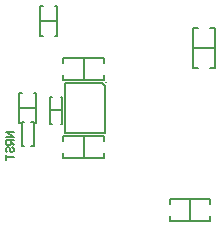
<source format=gbo>
G04*
G04 #@! TF.GenerationSoftware,Altium Limited,Altium Designer,21.8.1 (53)*
G04*
G04 Layer_Color=32896*
%FSLAX25Y25*%
%MOIN*%
G70*
G04*
G04 #@! TF.SameCoordinates,602FFC17-E96E-42ED-876F-BF2310913D4F*
G04*
G04*
G04 #@! TF.FilePolarity,Positive*
G04*
G01*
G75*
%ADD11C,0.00600*%
%ADD12C,0.00591*%
%ADD13C,0.00787*%
%ADD44C,0.00394*%
D11*
X352850Y340382D02*
X350350D01*
X352850Y338716D01*
X350350D01*
X352850Y337883D02*
X350350D01*
Y336633D01*
X350767Y336216D01*
X351600D01*
X352016Y336633D01*
Y337883D01*
Y337050D02*
X352850Y336216D01*
X350767Y333717D02*
X350350Y334134D01*
Y334967D01*
X350767Y335384D01*
X351184D01*
X351600Y334967D01*
Y334134D01*
X352016Y333717D01*
X352433D01*
X352850Y334134D01*
Y334967D01*
X352433Y335384D01*
X350350Y332884D02*
Y331218D01*
Y332051D01*
X352850D01*
D12*
X361744Y372559D02*
X362500D01*
X361744D02*
Y382559D01*
X362500D01*
X366500D02*
X367256D01*
Y372559D02*
Y382559D01*
X366500Y372559D02*
X367256D01*
X361744Y377559D02*
X367256D01*
X358681Y335831D02*
X359469D01*
Y343705D01*
X358681D02*
X359469D01*
X355532D02*
X356319D01*
X355532Y335831D02*
Y343705D01*
Y335831D02*
X356319D01*
X359500Y353559D02*
X360256D01*
Y343559D02*
Y353559D01*
X359500Y343559D02*
X360256D01*
X354744D02*
X355500D01*
X354744D02*
Y353559D01*
X355500D01*
X354744Y348559D02*
X360256D01*
X365000Y347764D02*
X369000D01*
X368500Y343264D02*
X369000D01*
Y352264D01*
X368500D02*
X369000D01*
X365000D02*
X365500D01*
X365000Y343264D02*
Y352264D01*
Y343264D02*
X365500D01*
X369457Y331957D02*
Y333532D01*
Y331957D02*
X382843D01*
Y333532D01*
Y337469D02*
Y339043D01*
X369457D02*
X382843D01*
X369457Y337469D02*
Y339043D01*
X376150Y331957D02*
Y339043D01*
X382843Y363469D02*
Y365043D01*
X369457D02*
X382843D01*
X369457D02*
X369457Y363469D01*
Y357957D02*
Y359532D01*
Y357957D02*
X382843D01*
Y359532D01*
X376150Y357957D02*
Y365043D01*
X412757Y368500D02*
X419843D01*
X418268Y375193D02*
X419843D01*
Y361807D02*
Y375193D01*
X418268Y361807D02*
X419843D01*
X412757D02*
X414331D01*
X412757D02*
Y375193D01*
X414331D01*
X411650Y310957D02*
Y318043D01*
X404957Y316469D02*
Y318043D01*
X418343D01*
Y316469D02*
Y318043D01*
Y310957D02*
Y312532D01*
X404957Y310957D02*
X418343D01*
X404957D02*
Y312532D01*
D13*
X383193Y340232D02*
Y352831D01*
X369807Y340232D02*
X383193D01*
X369807D02*
Y356768D01*
X382406D01*
X383193Y355980D01*
Y352831D02*
Y355980D01*
D44*
X383784Y357161D02*
G03*
X383784Y357161I-197J0D01*
G01*
M02*

</source>
